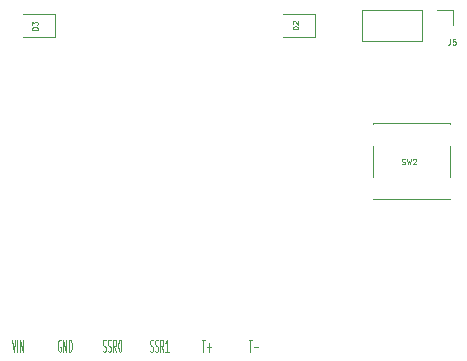
<source format=gbr>
G04 #@! TF.GenerationSoftware,KiCad,Pcbnew,(5.1.8-0-10_14)*
G04 #@! TF.CreationDate,2021-03-05T16:46:23-05:00*
G04 #@! TF.ProjectId,v1,76312e6b-6963-4616-945f-706362585858,rev?*
G04 #@! TF.SameCoordinates,Original*
G04 #@! TF.FileFunction,Legend,Top*
G04 #@! TF.FilePolarity,Positive*
%FSLAX46Y46*%
G04 Gerber Fmt 4.6, Leading zero omitted, Abs format (unit mm)*
G04 Created by KiCad (PCBNEW (5.1.8-0-10_14)) date 2021-03-05 16:46:23*
%MOMM*%
%LPD*%
G01*
G04 APERTURE LIST*
%ADD10C,0.112500*%
%ADD11C,0.120000*%
G04 APERTURE END LIST*
D10*
X152627857Y-108621580D02*
X152885000Y-108621580D01*
X152756428Y-109621580D02*
X152756428Y-108621580D01*
X153035000Y-109240628D02*
X153377857Y-109240628D01*
X148629897Y-108621580D02*
X148887040Y-108621580D01*
X148758468Y-109621580D02*
X148758468Y-108621580D01*
X149037040Y-109240628D02*
X149379897Y-109240628D01*
X149208468Y-109621580D02*
X149208468Y-108859676D01*
X144256937Y-109573961D02*
X144321222Y-109621580D01*
X144428365Y-109621580D01*
X144471222Y-109573961D01*
X144492651Y-109526342D01*
X144514080Y-109431104D01*
X144514080Y-109335866D01*
X144492651Y-109240628D01*
X144471222Y-109193009D01*
X144428365Y-109145390D01*
X144342651Y-109097771D01*
X144299794Y-109050152D01*
X144278365Y-109002533D01*
X144256937Y-108907295D01*
X144256937Y-108812057D01*
X144278365Y-108716819D01*
X144299794Y-108669200D01*
X144342651Y-108621580D01*
X144449794Y-108621580D01*
X144514080Y-108669200D01*
X144685508Y-109573961D02*
X144749794Y-109621580D01*
X144856937Y-109621580D01*
X144899794Y-109573961D01*
X144921222Y-109526342D01*
X144942651Y-109431104D01*
X144942651Y-109335866D01*
X144921222Y-109240628D01*
X144899794Y-109193009D01*
X144856937Y-109145390D01*
X144771222Y-109097771D01*
X144728365Y-109050152D01*
X144706937Y-109002533D01*
X144685508Y-108907295D01*
X144685508Y-108812057D01*
X144706937Y-108716819D01*
X144728365Y-108669200D01*
X144771222Y-108621580D01*
X144878365Y-108621580D01*
X144942651Y-108669200D01*
X145392651Y-109621580D02*
X145242651Y-109145390D01*
X145135508Y-109621580D02*
X145135508Y-108621580D01*
X145306937Y-108621580D01*
X145349794Y-108669200D01*
X145371222Y-108716819D01*
X145392651Y-108812057D01*
X145392651Y-108954914D01*
X145371222Y-109050152D01*
X145349794Y-109097771D01*
X145306937Y-109145390D01*
X145135508Y-109145390D01*
X145821222Y-109621580D02*
X145564080Y-109621580D01*
X145692651Y-109621580D02*
X145692651Y-108621580D01*
X145649794Y-108764438D01*
X145606937Y-108859676D01*
X145564080Y-108907295D01*
X140258977Y-109573961D02*
X140323262Y-109621580D01*
X140430405Y-109621580D01*
X140473262Y-109573961D01*
X140494691Y-109526342D01*
X140516120Y-109431104D01*
X140516120Y-109335866D01*
X140494691Y-109240628D01*
X140473262Y-109193009D01*
X140430405Y-109145390D01*
X140344691Y-109097771D01*
X140301834Y-109050152D01*
X140280405Y-109002533D01*
X140258977Y-108907295D01*
X140258977Y-108812057D01*
X140280405Y-108716819D01*
X140301834Y-108669200D01*
X140344691Y-108621580D01*
X140451834Y-108621580D01*
X140516120Y-108669200D01*
X140687548Y-109573961D02*
X140751834Y-109621580D01*
X140858977Y-109621580D01*
X140901834Y-109573961D01*
X140923262Y-109526342D01*
X140944691Y-109431104D01*
X140944691Y-109335866D01*
X140923262Y-109240628D01*
X140901834Y-109193009D01*
X140858977Y-109145390D01*
X140773262Y-109097771D01*
X140730405Y-109050152D01*
X140708977Y-109002533D01*
X140687548Y-108907295D01*
X140687548Y-108812057D01*
X140708977Y-108716819D01*
X140730405Y-108669200D01*
X140773262Y-108621580D01*
X140880405Y-108621580D01*
X140944691Y-108669200D01*
X141394691Y-109621580D02*
X141244691Y-109145390D01*
X141137548Y-109621580D02*
X141137548Y-108621580D01*
X141308977Y-108621580D01*
X141351834Y-108669200D01*
X141373262Y-108716819D01*
X141394691Y-108812057D01*
X141394691Y-108954914D01*
X141373262Y-109050152D01*
X141351834Y-109097771D01*
X141308977Y-109145390D01*
X141137548Y-109145390D01*
X141673262Y-108621580D02*
X141716120Y-108621580D01*
X141758977Y-108669200D01*
X141780405Y-108716819D01*
X141801834Y-108812057D01*
X141823262Y-109002533D01*
X141823262Y-109240628D01*
X141801834Y-109431104D01*
X141780405Y-109526342D01*
X141758977Y-109573961D01*
X141716120Y-109621580D01*
X141673262Y-109621580D01*
X141630405Y-109573961D01*
X141608977Y-109526342D01*
X141587548Y-109431104D01*
X141566120Y-109240628D01*
X141566120Y-109002533D01*
X141587548Y-108812057D01*
X141608977Y-108716819D01*
X141630405Y-108669200D01*
X141673262Y-108621580D01*
X136700302Y-108669200D02*
X136657445Y-108621580D01*
X136593160Y-108621580D01*
X136528874Y-108669200D01*
X136486017Y-108764438D01*
X136464588Y-108859676D01*
X136443160Y-109050152D01*
X136443160Y-109193009D01*
X136464588Y-109383485D01*
X136486017Y-109478723D01*
X136528874Y-109573961D01*
X136593160Y-109621580D01*
X136636017Y-109621580D01*
X136700302Y-109573961D01*
X136721731Y-109526342D01*
X136721731Y-109193009D01*
X136636017Y-109193009D01*
X136914588Y-109621580D02*
X136914588Y-108621580D01*
X137171731Y-109621580D01*
X137171731Y-108621580D01*
X137386017Y-109621580D02*
X137386017Y-108621580D01*
X137493160Y-108621580D01*
X137557445Y-108669200D01*
X137600302Y-108764438D01*
X137621731Y-108859676D01*
X137643160Y-109050152D01*
X137643160Y-109193009D01*
X137621731Y-109383485D01*
X137600302Y-109478723D01*
X137557445Y-109573961D01*
X137493160Y-109621580D01*
X137386017Y-109621580D01*
X132552342Y-108621580D02*
X132702342Y-109621580D01*
X132852342Y-108621580D01*
X133002342Y-109621580D02*
X133002342Y-108621580D01*
X133216628Y-109621580D02*
X133216628Y-108621580D01*
X133473771Y-109621580D01*
X133473771Y-108621580D01*
D11*
X169625400Y-90267400D02*
X169625400Y-90297400D01*
X169625400Y-96727400D02*
X169625400Y-96697400D01*
X163165400Y-96727400D02*
X163165400Y-96697400D01*
X163165400Y-90297400D02*
X163165400Y-90267400D01*
X169625400Y-92197400D02*
X169625400Y-94797400D01*
X163165400Y-90267400D02*
X169625400Y-90267400D01*
X163165400Y-92197400D02*
X163165400Y-94797400D01*
X163165400Y-96727400D02*
X169625400Y-96727400D01*
X169909800Y-80648500D02*
X169909800Y-81978500D01*
X168579800Y-80648500D02*
X169909800Y-80648500D01*
X167309800Y-80648500D02*
X167309800Y-83308500D01*
X167309800Y-83308500D02*
X162169800Y-83308500D01*
X167309800Y-80648500D02*
X162169800Y-80648500D01*
X162169800Y-80648500D02*
X162169800Y-83308500D01*
X133504075Y-82960000D02*
X136189075Y-82960000D01*
X136189075Y-82960000D02*
X136189075Y-81040000D01*
X136189075Y-81040000D02*
X133504075Y-81040000D01*
X155520200Y-82938500D02*
X158205200Y-82938500D01*
X158205200Y-82938500D02*
X158205200Y-81018500D01*
X158205200Y-81018500D02*
X155520200Y-81018500D01*
D10*
X165575800Y-93740942D02*
X165640085Y-93762371D01*
X165747228Y-93762371D01*
X165790085Y-93740942D01*
X165811514Y-93719514D01*
X165832942Y-93676657D01*
X165832942Y-93633800D01*
X165811514Y-93590942D01*
X165790085Y-93569514D01*
X165747228Y-93548085D01*
X165661514Y-93526657D01*
X165618657Y-93505228D01*
X165597228Y-93483800D01*
X165575800Y-93440942D01*
X165575800Y-93398085D01*
X165597228Y-93355228D01*
X165618657Y-93333800D01*
X165661514Y-93312371D01*
X165768657Y-93312371D01*
X165832942Y-93333800D01*
X165982942Y-93312371D02*
X166090085Y-93762371D01*
X166175800Y-93440942D01*
X166261514Y-93762371D01*
X166368657Y-93312371D01*
X166518657Y-93355228D02*
X166540085Y-93333800D01*
X166582942Y-93312371D01*
X166690085Y-93312371D01*
X166732942Y-93333800D01*
X166754371Y-93355228D01*
X166775800Y-93398085D01*
X166775800Y-93440942D01*
X166754371Y-93505228D01*
X166497228Y-93762371D01*
X166775800Y-93762371D01*
X169674400Y-83167171D02*
X169674400Y-83488600D01*
X169652971Y-83552885D01*
X169610114Y-83595742D01*
X169545828Y-83617171D01*
X169502971Y-83617171D01*
X170102971Y-83167171D02*
X169888685Y-83167171D01*
X169867257Y-83381457D01*
X169888685Y-83360028D01*
X169931542Y-83338600D01*
X170038685Y-83338600D01*
X170081542Y-83360028D01*
X170102971Y-83381457D01*
X170124400Y-83424314D01*
X170124400Y-83531457D01*
X170102971Y-83574314D01*
X170081542Y-83595742D01*
X170038685Y-83617171D01*
X169931542Y-83617171D01*
X169888685Y-83595742D01*
X169867257Y-83574314D01*
X134747371Y-82348742D02*
X134297371Y-82348742D01*
X134297371Y-82241600D01*
X134318800Y-82177314D01*
X134361657Y-82134457D01*
X134404514Y-82113028D01*
X134490228Y-82091600D01*
X134554514Y-82091600D01*
X134640228Y-82113028D01*
X134683085Y-82134457D01*
X134725942Y-82177314D01*
X134747371Y-82241600D01*
X134747371Y-82348742D01*
X134297371Y-81941600D02*
X134297371Y-81663028D01*
X134468800Y-81813028D01*
X134468800Y-81748742D01*
X134490228Y-81705885D01*
X134511657Y-81684457D01*
X134554514Y-81663028D01*
X134661657Y-81663028D01*
X134704514Y-81684457D01*
X134725942Y-81705885D01*
X134747371Y-81748742D01*
X134747371Y-81877314D01*
X134725942Y-81920171D01*
X134704514Y-81941600D01*
X156769171Y-82323342D02*
X156319171Y-82323342D01*
X156319171Y-82216200D01*
X156340600Y-82151914D01*
X156383457Y-82109057D01*
X156426314Y-82087628D01*
X156512028Y-82066200D01*
X156576314Y-82066200D01*
X156662028Y-82087628D01*
X156704885Y-82109057D01*
X156747742Y-82151914D01*
X156769171Y-82216200D01*
X156769171Y-82323342D01*
X156362028Y-81894771D02*
X156340600Y-81873342D01*
X156319171Y-81830485D01*
X156319171Y-81723342D01*
X156340600Y-81680485D01*
X156362028Y-81659057D01*
X156404885Y-81637628D01*
X156447742Y-81637628D01*
X156512028Y-81659057D01*
X156769171Y-81916200D01*
X156769171Y-81637628D01*
M02*

</source>
